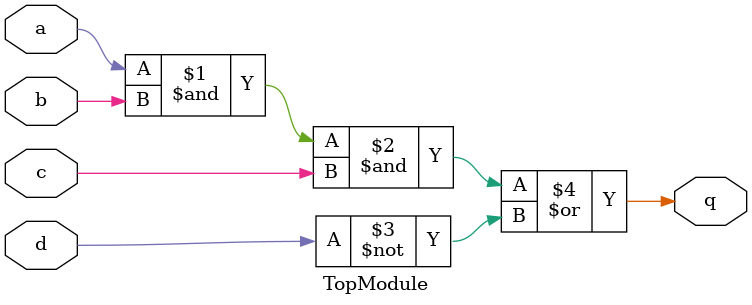
<source format=sv>

module TopModule(
  input a, b, c, d,
  output q
);

assign q = (a & b & c) | (~d);

endmodule
</source>
